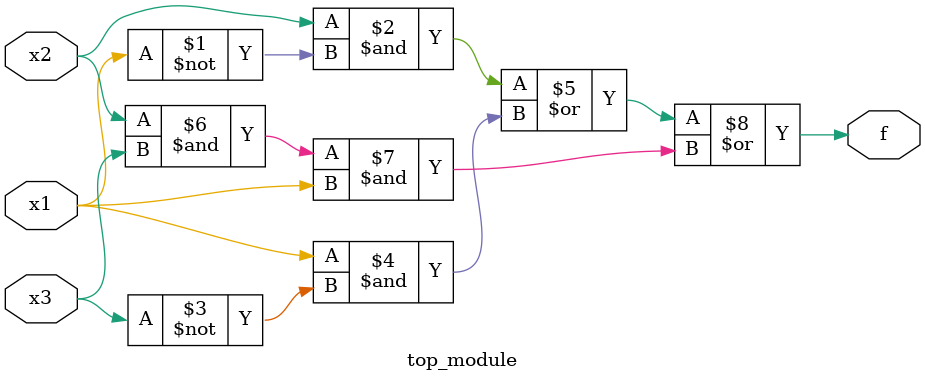
<source format=sv>
module top_module (
    input x3,
    input x2,
    input x1,
    output f
);

assign f = (x2 & ~x1) | (x1 & ~x3) | (x2 & x3 & x1);

endmodule

</source>
